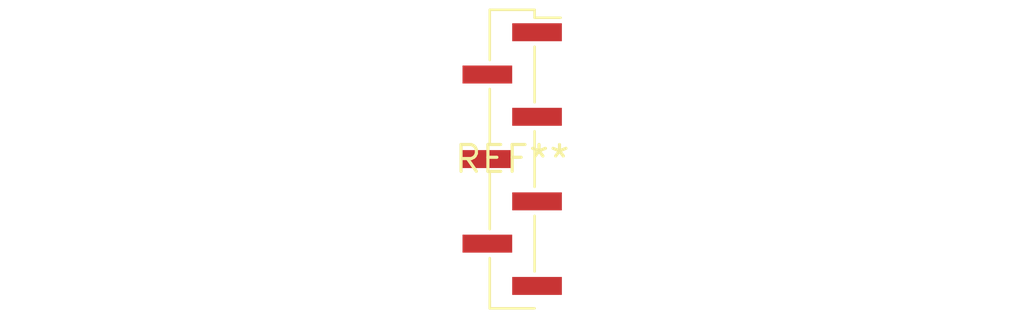
<source format=kicad_pcb>
(kicad_pcb (version 20240108) (generator pcbnew)
  (layers (0 "F.Cu" signal) (31 "B.Cu" signal) (34 "B.Paste" user) (35 "F.Paste" user) (36 "B.SilkS" user "B.Silkscreen") (37 "F.SilkS" user "F.Silkscreen") (38 "B.Mask" user) (39 "F.Mask" user) (44 "Edge.Cuts" user))
  (net 0 "")
  (footprint "PinHeader_1x07_P2.00mm_Vertical_SMD_Pin1Right" (layer "F.Cu") (at 0 0)
    (property "Reference" "REF**")
    (property "Value" "PinHeader_1x07_P2.00mm_Vertical_SMD_Pin1Right")
    (fp_line (start -1.06 -7.06) (end -1.06 -4.685) (layer "F.SilkS") (stroke (width 0.12)))
    (fp_line (start -1.06 -7.06) (end 1.06 -7.06) (layer "F.SilkS") (stroke (width 0.12)))
    (fp_line (start -1.06 -3.315) (end -1.06 -0.685) (layer "F.SilkS") (stroke (width 0.12)))
    (fp_line (start -1.06 0.685) (end -1.06 3.315) (layer "F.SilkS") (stroke (width 0.12)))
    (fp_line (start -1.06 4.685) (end -1.06 7.06) (layer "F.SilkS") (stroke (width 0.12)))
    (fp_line (start -1.06 6.685) (end -1.06 7.06) (layer "F.SilkS") (stroke (width 0.12)))
    (fp_line (start -1.06 7.06) (end 1.06 7.06) (layer "F.SilkS") (stroke (width 0.12)))
    (fp_line (start 1.06 -7.06) (end 1.06 -6.685) (layer "F.SilkS") (stroke (width 0.12)))
    (fp_line (start 1.06 -6.685) (end 2.29 -6.685) (layer "F.SilkS") (stroke (width 0.12)))
    (fp_line (start 1.06 -5.315) (end 1.06 -2.685) (layer "F.SilkS") (stroke (width 0.12)))
    (fp_line (start 1.06 -1.315) (end 1.06 1.315) (layer "F.SilkS") (stroke (width 0.12)))
    (fp_line (start 1.06 2.685) (end 1.06 5.315) (layer "F.SilkS") (stroke (width 0.12)))
    (pad "1" smd rect (at 1.175 -6) (size 2.35 0.85) (layers "F.Cu" "F.Paste" "F.Mask"))
    (pad "2" smd rect (at -1.175 -4) (size 2.35 0.85) (layers "F.Cu" "F.Paste" "F.Mask"))
    (pad "3" smd rect (at 1.175 -2) (size 2.35 0.85) (layers "F.Cu" "F.Paste" "F.Mask"))
    (pad "4" smd rect (at -1.175 0) (size 2.35 0.85) (layers "F.Cu" "F.Paste" "F.Mask"))
    (pad "5" smd rect (at 1.175 2) (size 2.35 0.85) (layers "F.Cu" "F.Paste" "F.Mask"))
    (pad "6" smd rect (at -1.175 4) (size 2.35 0.85) (layers "F.Cu" "F.Paste" "F.Mask"))
    (pad "7" smd rect (at 1.175 6) (size 2.35 0.85) (layers "F.Cu" "F.Paste" "F.Mask"))
  )
)
</source>
